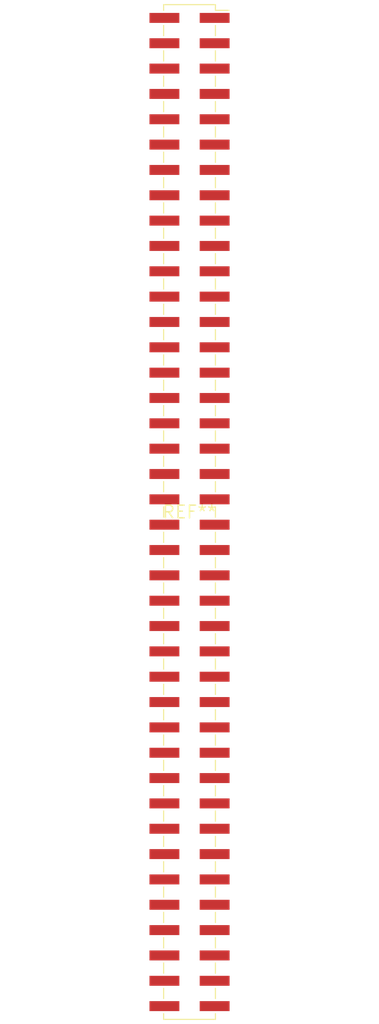
<source format=kicad_pcb>
(kicad_pcb (version 20240108) (generator pcbnew)
  (layers (0 "F.Cu" signal) (31 "B.Cu" signal) (34 "B.Paste" user) (35 "F.Paste" user) (36 "B.SilkS" user "B.Silkscreen") (37 "F.SilkS" user "F.Silkscreen") (38 "B.Mask" user) (39 "F.Mask" user) (44 "Edge.Cuts" user))
  (net 0 "")
  (footprint "PinSocket_2x40_P2.54mm_Vertical_SMD" (layer "F.Cu") (at 0 0)
    (property "Reference" "REF**")
    (property "Value" "PinSocket_2x40_P2.54mm_Vertical_SMD")
    (fp_line (start -2.6 -50.86) (end -2.6 -50.29) (layer "F.SilkS") (stroke (width 0.12)))
    (fp_line (start -2.6 -50.86) (end 2.6 -50.86) (layer "F.SilkS") (stroke (width 0.12)))
    (fp_line (start -2.6 -48.77) (end -2.6 -47.75) (layer "F.SilkS") (stroke (width 0.12)))
    (fp_line (start -2.6 -46.23) (end -2.6 -45.21) (layer "F.SilkS") (stroke (width 0.12)))
    (fp_line (start -2.6 -43.69) (end -2.6 -42.67) (layer "F.SilkS") (stroke (width 0.12)))
    (fp_line (start -2.6 -41.15) (end -2.6 -40.13) (layer "F.SilkS") (stroke (width 0.12)))
    (fp_line (start -2.6 -38.61) (end -2.6 -37.59) (layer "F.SilkS") (stroke (width 0.12)))
    (fp_line (start -2.6 -36.07) (end -2.6 -35.05) (layer "F.SilkS") (stroke (width 0.12)))
    (fp_line (start -2.6 -33.53) (end -2.6 -32.51) (layer "F.SilkS") (stroke (width 0.12)))
    (fp_line (start -2.6 -30.99) (end -2.6 -29.97) (layer "F.SilkS") (stroke (width 0.12)))
    (fp_line (start -2.6 -28.45) (end -2.6 -27.43) (layer "F.SilkS") (stroke (width 0.12)))
    (fp_line (start -2.6 -25.91) (end -2.6 -24.89) (layer "F.SilkS") (stroke (width 0.12)))
    (fp_line (start -2.6 -23.37) (end -2.6 -22.35) (layer "F.SilkS") (stroke (width 0.12)))
    (fp_line (start -2.6 -20.83) (end -2.6 -19.81) (layer "F.SilkS") (stroke (width 0.12)))
    (fp_line (start -2.6 -18.29) (end -2.6 -17.27) (layer "F.SilkS") (stroke (width 0.12)))
    (fp_line (start -2.6 -15.75) (end -2.6 -14.73) (layer "F.SilkS") (stroke (width 0.12)))
    (fp_line (start -2.6 -13.21) (end -2.6 -12.19) (layer "F.SilkS") (stroke (width 0.12)))
    (fp_line (start -2.6 -10.67) (end -2.6 -9.65) (layer "F.SilkS") (stroke (width 0.12)))
    (fp_line (start -2.6 -8.13) (end -2.6 -7.11) (layer "F.SilkS") (stroke (width 0.12)))
    (fp_line (start -2.6 -5.59) (end -2.6 -4.57) (layer "F.SilkS") (stroke (width 0.12)))
    (fp_line (start -2.6 -3.05) (end -2.6 -2.03) (layer "F.SilkS") (stroke (width 0.12)))
    (fp_line (start -2.6 -0.51) (end -2.6 0.51) (layer "F.SilkS") (stroke (width 0.12)))
    (fp_line (start -2.6 2.03) (end -2.6 3.05) (layer "F.SilkS") (stroke (width 0.12)))
    (fp_line (start -2.6 4.57) (end -2.6 5.59) (layer "F.SilkS") (stroke (width 0.12)))
    (fp_line (start -2.6 7.11) (end -2.6 8.13) (layer "F.SilkS") (stroke (width 0.12)))
    (fp_line (start -2.6 9.65) (end -2.6 10.67) (layer "F.SilkS") (stroke (width 0.12)))
    (fp_line (start -2.6 12.19) (end -2.6 13.21) (layer "F.SilkS") (stroke (width 0.12)))
    (fp_line (start -2.6 14.73) (end -2.6 15.75) (layer "F.SilkS") (stroke (width 0.12)))
    (fp_line (start -2.6 17.27) (end -2.6 18.29) (layer "F.SilkS") (stroke (width 0.12)))
    (fp_line (start -2.6 19.81) (end -2.6 20.83) (layer "F.SilkS") (stroke (width 0.12)))
    (fp_line (start -2.6 22.35) (end -2.6 23.37) (layer "F.SilkS") (stroke (width 0.12)))
    (fp_line (start -2.6 24.89) (end -2.6 25.91) (layer "F.SilkS") (stroke (width 0.12)))
    (fp_line (start -2.6 27.43) (end -2.6 28.45) (layer "F.SilkS") (stroke (width 0.12)))
    (fp_line (start -2.6 29.97) (end -2.6 30.99) (layer "F.SilkS") (stroke (width 0.12)))
    (fp_line (start -2.6 32.51) (end -2.6 33.53) (layer "F.SilkS") (stroke (width 0.12)))
    (fp_line (start -2.6 35.05) (end -2.6 36.07) (layer "F.SilkS") (stroke (width 0.12)))
    (fp_line (start -2.6 37.59) (end -2.6 38.61) (layer "F.SilkS") (stroke (width 0.12)))
    (fp_line (start -2.6 40.13) (end -2.6 41.15) (layer "F.SilkS") (stroke (width 0.12)))
    (fp_line (start -2.6 42.67) (end -2.6 43.69) (layer "F.SilkS") (stroke (width 0.12)))
    (fp_line (start -2.6 45.21) (end -2.6 46.23) (layer "F.SilkS") (stroke (width 0.12)))
    (fp_line (start -2.6 47.75) (end -2.6 48.77) (layer "F.SilkS") (stroke (width 0.12)))
    (fp_line (start -2.6 50.29) (end -2.6 50.86) (layer "F.SilkS") (stroke (width 0.12)))
    (fp_line (start -2.6 50.86) (end 2.6 50.86) (layer "F.SilkS") (stroke (width 0.12)))
    (fp_line (start 2.6 -50.86) (end 2.6 -50.29) (layer "F.SilkS") (stroke (width 0.12)))
    (fp_line (start 2.6 -50.29) (end 3.96 -50.29) (layer "F.SilkS") (stroke (width 0.12)))
    (fp_line (start 2.6 -48.77) (end 2.6 -47.75) (layer "F.SilkS") (stroke (width 0.12)))
    (fp_line (start 2.6 -46.23) (end 2.6 -45.21) (layer "F.SilkS") (stroke (width 0.12)))
    (fp_line (start 2.6 -43.69) (end 2.6 -42.67) (layer "F.SilkS") (stroke (width 0.12)))
    (fp_line (start 2.6 -41.15) (end 2.6 -40.13) (layer "F.SilkS") (stroke (width 0.12)))
    (fp_line (start 2.6 -38.61) (end 2.6 -37.59) (layer "F.SilkS") (stroke (width 0.12)))
    (fp_line (start 2.6 -36.07) (end 2.6 -35.05) (layer "F.SilkS") (stroke (width 0.12)))
    (fp_line (start 2.6 -33.53) (end 2.6 -32.51) (layer "F.SilkS") (stroke (width 0.12)))
    (fp_line (start 2.6 -30.99) (end 2.6 -29.97) (layer "F.SilkS") (stroke (width 0.12)))
    (fp_line (start 2.6 -28.45) (end 2.6 -27.43) (layer "F.SilkS") (stroke (width 0.12)))
    (fp_line (start 2.6 -25.91) (end 2.6 -24.89) (layer "F.SilkS") (stroke (width 0.12)))
    (fp_line (start 2.6 -23.37) (end 2.6 -22.35) (layer "F.SilkS") (stroke (width 0.12)))
    (fp_line (start 2.6 -20.83) (end 2.6 -19.81) (layer "F.SilkS") (stroke (width 0.12)))
    (fp_line (start 2.6 -18.29) (end 2.6 -17.27) (layer "F.SilkS") (stroke (width 0.12)))
    (fp_line (start 2.6 -15.75) (end 2.6 -14.73) (layer "F.SilkS") (stroke (width 0.12)))
    (fp_line (start 2.6 -13.21) (end 2.6 -12.19) (layer "F.SilkS") (stroke (width 0.12)))
    (fp_line (start 2.6 -10.67) (end 2.6 -9.65) (layer "F.SilkS") (stroke (width 0.12)))
    (fp_line (start 2.6 -8.13) (end 2.6 -7.11) (layer "F.SilkS") (stroke (width 0.12)))
    (fp_line (start 2.6 -5.59) (end 2.6 -4.57) (layer "F.SilkS") (stroke (width 0.12)))
    (fp_line (start 2.6 -3.05) (end 2.6 -2.03) (layer "F.SilkS") (stroke (width 0.12)))
    (fp_line (start 2.6 -0.51) (end 2.6 0.51) (layer "F.SilkS") (stroke (width 0.12)))
    (fp_line (start 2.6 2.03) (end 2.6 3.05) (layer "F.SilkS") (stroke (width 0.12)))
    (fp_line (start 2.6 4.57) (end 2.6 5.59) (layer "F.SilkS") (stroke (width 0.12)))
    (fp_line (start 2.6 7.11) (end 2.6 8.13) (layer "F.SilkS") (stroke (width 0.12)))
    (fp_line (start 2.6 9.65) (end 2.6 10.67) (layer "F.SilkS") (stroke (width 0.12)))
    (fp_line (start 2.6 12.19) (end 2.6 13.21) (layer "F.SilkS") (stroke (width 0.12)))
    (fp_line (start 2.6 14.73) (end 2.6 15.75) (layer "F.SilkS") (stroke (width 0.12)))
    (fp_line (start 2.6 17.27) (end 2.6 18.29) (layer "F.SilkS") (stroke (width 0.12)))
    (fp_line (start 2.6 19.81) (end 2.6 20.83) (layer "F.SilkS") (stroke (width 0.12)))
    (fp_line (start 2.6 22.35) (end 2.6 23.37) (layer "F.SilkS") (stroke (width 0.12)))
    (fp_line (start 2.6 24.89) (end 2.6 25.91) (layer "F.SilkS") (stroke (width 0.12)))
    (fp_line (start 2.6 27.43) (end 2.6 28.45) (layer "F.SilkS") (stroke (width 0.12)))
    (fp_line (start 2.6 29.97) (end 2.6 30.99) (layer "F.SilkS") (stroke (width 0.12)))
    (fp_line (start 2.6 32.51) (end 2.6 33.53) (layer "F.SilkS") (stroke (width 0.12)))
    (fp_line (start 2.6 35.05) (end 2.6 36.07) (layer "F.SilkS") (stroke (width 0.12)))
    (fp_line (start 2.6 37.59) (end 2.6 38.61) (layer "F.SilkS") (stroke (width 0.12)))
    (fp_line (start 2.6 40.13) (end 2.6 41.15) (layer "F.SilkS") (stroke (width 0.12)))
    (fp_line (start 2.6 42.67) (end 2.6 43.69) (layer "F.SilkS") (stroke (width 0.12)))
    (fp_line (start 2.6 45.21) (end 2.6 46.23) (layer "F.SilkS") (stroke (width 0.12)))
    (fp_line (start 2.6 47.75) (end 2.6 48.77) (layer "F.SilkS") (stroke (width 0.12)))
    (fp_line (start 2.6 50.29) (end 2.6 50.86) (layer "F.SilkS") (stroke (width 0.12)))
    (pad "1" smd rect (at 2.52 -49.53) (size 3 1) (layers "F.Cu" "F.Paste" "F.Mask"))
    (pad "2" smd rect (at -2.52 -49.53) (size 3 1) (layers "F.Cu" "F.Paste" "F.Mask"))
    (pad "3" smd rect (at 2.52 -46.99) (size 3 1) (layers "F.Cu" "F.Paste" "F.Mask"))
    (pad "4" smd rect (at -2.52 -46.99) (size 3 1) (layers "F.Cu" "F.Paste" "F.Mask"))
    (pad "5" smd rect (at 2.52 -44.45) (size 3 1) (layers "F.Cu" "F.Paste" "F.Mask"))
    (pad "6" smd rect (at -2.52 -44.45) (size 3 1) (layers "F.Cu" "F.Paste" "F.Mask"))
    (pad "7" smd rect (at 2.52 -41.91) (size 3 1) (layers "F.Cu" "F.Paste" "F.Mask"))
    (pad "8" smd rect (at -2.52 -41.91) (size 3 1) (layers "F.Cu" "F.Paste" "F.Mask"))
    (pad "9" smd rect (at 2.52 -39.37) (size 3 1) (layers "F.Cu" "F.Paste" "F.Mask"))
    (pad "10" smd rect (at -2.52 -39.37) (size 3 1) (layers "F.Cu" "F.Paste" "F.Mask"))
    (pad "11" smd rect (at 2.52 -36.83) (size 3 1) (layers "F.Cu" "F.Paste" "F.Mask"))
    (pad "12" smd rect (at -2.52 -36.83) (size 3 1) (layers "F.Cu" "F.Paste" "F.Mask"))
    (pad "13" smd rect (at 2.52 -34.29) (size 3 1) (layers "F.Cu" "F.Paste" "F.Mask"))
    (pad "14" smd rect (at -2.52 -34.29) (size 3 1) (layers "F.Cu" "F.Paste" "F.Mask"))
    (pad "15" smd rect (at 2.52 -31.75) (size 3 1) (layers "F.Cu" "F.Paste" "F.Mask"))
    (pad "16" smd rect (at -2.52 -31.75) (size 3 1) (layers "F.Cu" "F.Paste" "F.Mask"))
    (pad "17" smd rect (at 2.52 -29.21) (size 3 1) (layers "F.Cu" "F.Paste" "F.Mask"))
    (pad "18" smd rect (at -2.52 -29.21) (size 3 1) (layers "F.Cu" "F.Paste" "F.Mask"))
    (pad "19" smd rect (at 2.52 -26.67) (size 3 1) (layers "F.Cu" "F.Paste" "F.Mask"))
    (pad "20" smd rect (at -2.52 -26.67) (size 3 1) (layers "F.Cu" "F.Paste" "F.Mask"))
    (pad "21" smd rect (at 2.52 -24.13) (size 3 1) (layers "F.Cu" "F.Paste" "F.Mask"))
    (pad "22" smd rect (at -2.52 -24.13) (size 3 1) (layers "F.Cu" "F.Paste" "F.Mask"))
    (pad "23" smd rect (at 2.52 -21.59) (size 3 1) (layers "F.Cu" "F.Paste" "F.Mask"))
    (pad "24" smd rect (at -2.52 -21.59) (size 3 1) (layers "F.Cu" "F.Paste" "F.Mask"))
    (pad "25" smd rect (at 2.52 -19.05) (size 3 1) (layers "F.Cu" "F.Paste" "F.Mask"))
    (pad "26" smd rect (at -2.52 -19.05) (size 3 1) (layers "F.Cu" "F.Paste" "F.Mask"))
    (pad "27" smd rect (at 2.52 -16.51) (size 3 1) (layers "F.Cu" "F.Paste" "F.Mask"))
    (pad "28" smd rect (at -2.52 -16.51) (size 3 1) (layers "F.Cu" "F.Paste" "F.Mask"))
    (pad "29" smd rect (at 2.52 -13.97) (size 3 1) (layers "F.Cu" "F.Paste" "F.Mask"))
    (pad "30" smd rect (at -2.52 -13.97) (size 3 1) (layers "F.Cu" "F.Paste" "F.Mask"))
    (pad "31" smd rect (at 2.52 -11.43) (size 3 1) (layers "F.Cu" "F.Paste" "F.Mask"))
    (pad "32" smd rect (at -2.52 -11.43) (size 3 1) (layers "F.Cu" "F.Paste" "F.Mask"))
    (pad "33" smd rect (at 2.52 -8.89) (size 3 1) (layers "F.Cu" "F.Paste" "F.Mask"))
    (pad "34" smd rect (at -2.52 -8.89) (size 3 1) (layers "F.Cu" "F.Paste" "F.Mask"))
    (pad "35" smd rect (at 2.52 -6.35) (size 3 1) (layers "F.Cu" "F.Paste" "F.Mask"))
    (pad "36" smd rect (at -2.52 -6.35) (size 3 1) (layers "F.Cu" "F.Paste" "F.Mask"))
    (pad "37" smd rect (at 2.52 -3.81) (size 3 1) (layers "F.Cu" "F.Paste" "F.Mask"))
    (pad "38" smd rect (at -2.52 -3.81) (size 3 1) (layers "F.Cu" "F.Paste" "F.Mask"))
    (pad "39" smd rect (at 2.52 -1.27) (size 3 1) (layers "F.Cu" "F.Paste" "F.Mask"))
    (pad "40" smd rect (at -2.52 -1.27) (size 3 1) (layers "F.Cu" "F.Paste" "F.Mask"))
    (pad "41" smd rect (at 2.52 1.27) (size 3 1) (layers "F.Cu" "F.Paste" "F.Mask"))
    (pad "42" smd rect (at -2.52 1.27) (size 3 1) (layers "F.Cu" "F.Paste" "F.Mask"))
    (pad "43" smd rect (at 2.52 3.81) (size 3 1) (layers "F.Cu" "F.Paste" "F.Mask"))
    (pad "44" smd rect (at -2.52 3.81) (size 3 1) (layers "F.Cu" "F.Paste" "F.Mask"))
    (pad "45" smd rect (at 2.52 6.35) (size 3 1) (layers "F.Cu" "F.Paste" "F.Mask"))
    (pad "46" smd rect (at -2.52 6.35) (size 3 1) (layers "F.Cu" "F.Paste" "F.Mask"))
    (pad "47" smd rect (at 2.52 8.89) (size 3 1) (layers "F.Cu" "F.Paste" "F.Mask"))
    (pad "48" smd rect (at -2.52 8.89) (size 3 1) (layers "F.Cu" "F.Paste" "F.Mask"))
    (pad "49" smd rect (at 2.52 11.43) (size 3 1) (layers "F.Cu" "F.Paste" "F.Mask"))
    (pad "50" smd rect (at -2.52 11.43) (size 3 1) (layers "F.Cu" "F.Paste" "F.Mask"))
    (pad "51" smd rect (at 2.52 13.97) (size 3 1) (layers "F.Cu" "F.Paste" "F.Mask"))
    (pad "52" smd rect (at -2.52 13.97) (size 3 1) (layers "F.Cu" "F.Paste" "F.Mask"))
    (pad "53" smd rect (at 2.52 16.51) (size 3 1) (layers "F.Cu" "F.Paste" "F.Mask"))
    (pad "54" smd rect (at -2.52 16.51) (size 3 1) (layers "F.Cu" "F.Paste" "F.Mask"))
    (pad "55" smd rect (at 2.52 19.05) (size 3 1) (layers "F.Cu" "F.Paste" "F.Mask"))
    (pad "56" smd rect (at -2.52 19.05) (size 3 1) (layers "F.Cu" "F.Paste" "F.Mask"))
    (pad "57" smd rect (at 2.52 21.59) (size 3 1) (layers "F.Cu" "F.Paste" "F.Mask"))
    (pad "58" smd rect (at -2.52 21.59) (size 3 1) (layers "F.Cu" "F.Paste" "F.Mask"))
    (pad "59" smd rect (at 2.52 24.13) (size 3 1) (layers "F.Cu" "F.Paste" "F.Mask"))
    (pad "60" smd rect (at -2.52 24.13) (size 3 1) (layers "F.Cu" "F.Paste" "F.Mask"))
    (pad "61" smd rect (at 2.52 26.67) (size 3 1) (layers "F.Cu" "F.Paste" "F.Mask"))
    (pad "62" smd rect (at -2.52 26.67) (size 3 1) (layers "F.Cu" "F.Paste" "F.Mask"))
    (pad "63" smd rect (at 2.52 29.21) (size 3 1) (layers "F.Cu" "F.Paste" "F.Mask"))
    (pad "64" smd rect (at -2.52 29.21) (size 3 1) (layers "F.Cu" "F.Paste" "F.Mask"))
    (pad "65" smd rect (at 2.52 31.75) (size 3 1) (layers "F.Cu" "F.Paste" "F.Mask"))
    (pad "66" smd rect (at -2.52 31.75) (size 3 1) (layers "F.Cu" "F.Paste" "F.Mask"))
    (pad "67" smd rect (at 2.52 34.29) (size 3 1) (layers "F.Cu" "F.Paste" "F.Mask"))
    (pad "68" smd rect (at -2.52 34.29) (size 3 1) (layers "F.Cu" "F.Paste" "F.Mask"))
    (pad "69" smd rect (at 2.52 36.83) (size 3 1) (layers "F.Cu" "F.Paste" "F.Mask"))
    (pad "70" smd rect (at -2.52 36.83) (size 3 1) (layers "F.Cu" "F.Paste" "F.Mask"))
    (pad "71" smd rect (at 2.52 39.37) (size 3 1) (layers "F.Cu" "F.Paste" "F.Mask"))
    (pad "72" smd rect (at -2.52 39.37) (size 3 1) (layers "F.Cu" "F.Paste" "F.Mask"))
    (pad "73" smd rect (at 2.52 41.91) (size 3 1) (layers "F.Cu" "F.Paste" "F.Mask"))
    (pad "74" smd rect (at -2.52 41.91) (size 3 1) (layers "F.Cu" "F.Paste" "F.Mask"))
    (pad "75" smd rect (at 2.52 44.45) (size 3 1) (layers "F.Cu" "F.Paste" "F.Mask"))
    (pad "76" smd rect (at -2.52 44.45) (size 3 1) (layers "F.Cu" "F.Paste" "F.Mask"))
    (pad "77" smd rect (at 2.52 46.99) (size 3 1) (layers "F.Cu" "F.Paste" "F.Mask"))
    (pad "78" smd rect (at -2.52 46.99) (size 3 1) (layers "F.Cu" "F.Paste" "F.Mask"))
    (pad "79" smd rect (at 2.52 49.53) (size 3 1) (layers "F.Cu" "F.Paste" "F.Mask"))
    (pad "80" smd rect (at -2.52 49.53) (size 3 1) (layers "F.Cu" "F.Paste" "F.Mask"))
  )
)
</source>
